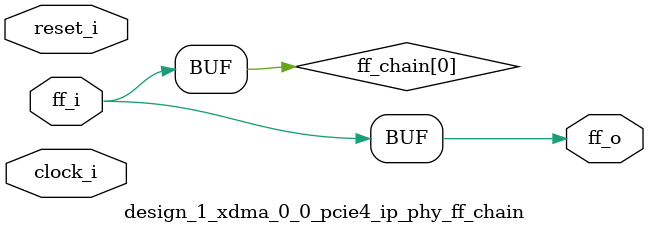
<source format=v>
/*****************************************************************************
** Description:
**    Flop Chain
**
******************************************************************************/

`timescale 1ps/1ps

`define AS_PHYREG(clk, reset, q, d, rstval)  \
   always @(posedge clk or posedge reset) begin \
      if (reset) \
         q  <= #(TCQ)   rstval;  \
      else  \
         q  <= #(TCQ)   d; \
   end

`define PHYREG(clk, reset, q, d, rstval)  \
   always @(posedge clk) begin \
      if (reset) \
         q  <= #(TCQ)   rstval;  \
      else  \
         q  <= #(TCQ)   d; \
   end

(* DowngradeIPIdentifiedWarnings = "yes" *)
module design_1_xdma_0_0_pcie4_ip_phy_ff_chain #(
   // Parameters
   parameter integer PIPELINE_STAGES   = 0,        // 0 = no pipeline; 1 = 1 stage; 2 = 2 stages; 3 = 3 stages
   parameter         ASYNC             = "FALSE",
   parameter integer FF_WIDTH          = 1,
   parameter integer RST_VAL           = 0,
   parameter integer TCQ               = 1
)  (   
   input  wire                         clock_i,          
   input  wire                         reset_i,           
   input  wire [FF_WIDTH-1:0]          ff_i,            
   output wire [FF_WIDTH-1:0]          ff_o        
   );

   genvar   var_i;

   reg   [FF_WIDTH-1:0]          ff_chain [PIPELINE_STAGES:0];

   always @(*) ff_chain[0] = ff_i;

generate
   if (PIPELINE_STAGES > 0) begin:  with_ff_chain
      for (var_i = 0; var_i < PIPELINE_STAGES; var_i = var_i + 1) begin: ff_chain_gen
         if (ASYNC == "TRUE") begin: async_rst
            `AS_PHYREG(clock_i, reset_i, ff_chain[var_i+1], ff_chain[var_i], RST_VAL)
         end else begin: sync_rst
            `PHYREG(clock_i, reset_i, ff_chain[var_i+1], ff_chain[var_i], RST_VAL)
         end
      end
   end
endgenerate

   assign ff_o = ff_chain[PIPELINE_STAGES];

endmodule

</source>
